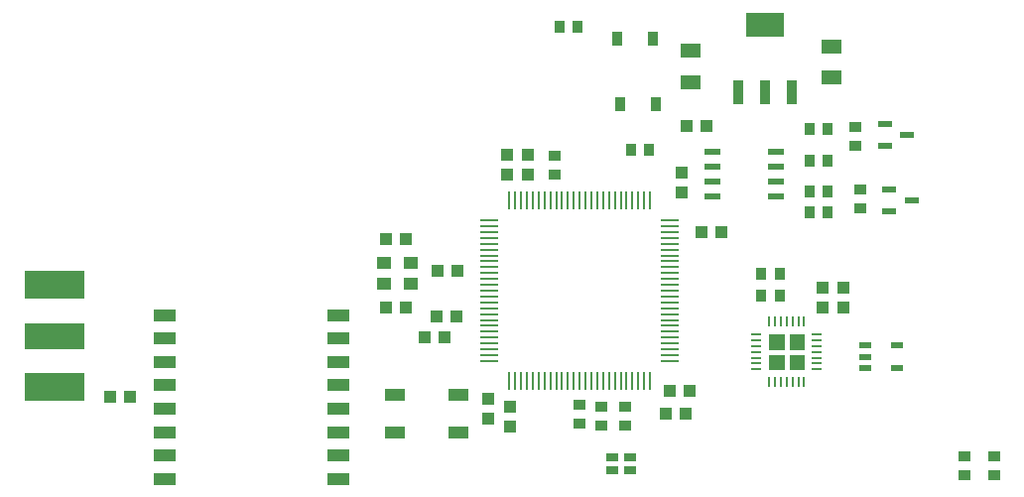
<source format=gbr>
%TF.GenerationSoftware,KiCad,Pcbnew,7.0.1*%
%TF.CreationDate,2023-04-09T14:50:30-07:00*%
%TF.ProjectId,Ground-Station-Telemetry,47726f75-6e64-42d5-9374-6174696f6e2d,rev?*%
%TF.SameCoordinates,Original*%
%TF.FileFunction,Paste,Top*%
%TF.FilePolarity,Positive*%
%FSLAX46Y46*%
G04 Gerber Fmt 4.6, Leading zero omitted, Abs format (unit mm)*
G04 Created by KiCad (PCBNEW 7.0.1) date 2023-04-09 14:50:30*
%MOMM*%
%LPD*%
G01*
G04 APERTURE LIST*
%ADD10C,0.010000*%
%ADD11R,1.000000X1.100000*%
%ADD12R,1.460500X0.558800*%
%ADD13R,1.100000X1.000000*%
%ADD14R,0.940000X1.020000*%
%ADD15R,1.700000X0.990600*%
%ADD16R,0.965200X1.295400*%
%ADD17R,1.950000X1.050000*%
%ADD18R,1.020000X0.940000*%
%ADD19R,1.778000X1.270000*%
%ADD20R,0.979300X0.558800*%
%ADD21R,1.300000X1.100000*%
%ADD22R,5.080000X2.286000*%
%ADD23R,5.080000X2.413000*%
%ADD24R,1.295400X0.558800*%
%ADD25R,1.000000X0.800000*%
%ADD26R,1.560000X0.280000*%
%ADD27R,0.280000X1.560000*%
%ADD28R,0.900000X0.254000*%
%ADD29R,0.254000X0.900000*%
%ADD30R,0.950000X2.150000*%
%ADD31R,3.250000X2.150000*%
G04 APERTURE END LIST*
%TO.C,U3*%
D10*
X199699520Y-101808000D02*
X198447000Y-101808000D01*
X198447000Y-100555480D01*
X199699520Y-100555480D01*
X199699520Y-101808000D01*
G36*
X199699520Y-101808000D02*
G01*
X198447000Y-101808000D01*
X198447000Y-100555480D01*
X199699520Y-100555480D01*
X199699520Y-101808000D01*
G37*
X199699480Y-103558000D02*
X198447000Y-103558000D01*
X198447000Y-102308413D01*
X199699480Y-102308413D01*
X199699480Y-103558000D01*
G36*
X199699480Y-103558000D02*
G01*
X198447000Y-103558000D01*
X198447000Y-102308413D01*
X199699480Y-102308413D01*
X199699480Y-103558000D01*
G37*
X197946938Y-103558000D02*
X196697000Y-103558000D01*
X196697000Y-102308062D01*
X197946938Y-102308062D01*
X197946938Y-103558000D01*
G36*
X197946938Y-103558000D02*
G01*
X196697000Y-103558000D01*
X196697000Y-102308062D01*
X197946938Y-102308062D01*
X197946938Y-103558000D01*
G37*
X197946544Y-101808000D02*
X196697000Y-101808000D01*
X196697000Y-100555270D01*
X197946544Y-100555270D01*
X197946544Y-101808000D01*
G36*
X197946544Y-101808000D02*
G01*
X196697000Y-101808000D01*
X196697000Y-100555270D01*
X197946544Y-100555270D01*
X197946544Y-101808000D01*
G37*
%TD*%
D11*
%TO.C,C9*%
X174625000Y-106719000D03*
X174625000Y-108419000D03*
%TD*%
D12*
%TO.C,U6*%
X191839850Y-84963000D03*
X191839850Y-86233000D03*
X191839850Y-87503000D03*
X191839850Y-88773000D03*
X197288150Y-88773000D03*
X197288150Y-87503000D03*
X197288150Y-86233000D03*
X197288150Y-84963000D03*
%TD*%
D13*
%TO.C,C15*%
X168998000Y-100838000D03*
X167298000Y-100838000D03*
%TD*%
D14*
%TO.C,R12*%
X200124000Y-85725000D03*
X201704000Y-85725000D03*
%TD*%
D15*
%TO.C,B1*%
X170213000Y-108914999D03*
X164813000Y-108914999D03*
X170213000Y-105715001D03*
X164813000Y-105715001D03*
%TD*%
D16*
%TO.C,D3*%
X183769000Y-75311000D03*
X186817000Y-75311000D03*
%TD*%
D17*
%TO.C,U4*%
X159927000Y-112918000D03*
X159927000Y-110918000D03*
X159927000Y-108918000D03*
X159927000Y-106918000D03*
X159927000Y-104918000D03*
X159927000Y-102918000D03*
X159927000Y-100918000D03*
X159927000Y-98918000D03*
X145127000Y-98918000D03*
X145127000Y-100918000D03*
X145127000Y-102918000D03*
X145127000Y-104918000D03*
X145127000Y-106918000D03*
X145127000Y-108918000D03*
X145127000Y-110918000D03*
X145127000Y-112918000D03*
%TD*%
D13*
%TO.C,C13*%
X163996000Y-98298000D03*
X165696000Y-98298000D03*
%TD*%
D14*
%TO.C,R10*%
X200124000Y-83058000D03*
X201704000Y-83058000D03*
%TD*%
D18*
%TO.C,R4*%
X213360000Y-110970000D03*
X213360000Y-112550000D03*
%TD*%
D19*
%TO.C,C7*%
X190042800Y-79027700D03*
X190042800Y-76386100D03*
%TD*%
D20*
%TO.C,D4*%
X204882052Y-101538999D03*
X204882052Y-102489000D03*
X204882052Y-103439001D03*
X207613948Y-103439001D03*
X207613948Y-101538999D03*
%TD*%
D21*
%TO.C,Y1*%
X166139500Y-94477000D03*
X163839500Y-94477000D03*
X163839500Y-96277000D03*
X166139500Y-96277000D03*
%TD*%
D13*
%TO.C,C14*%
X170014000Y-99060000D03*
X168314000Y-99060000D03*
%TD*%
D14*
%TO.C,R7*%
X178788000Y-74295000D03*
X180368000Y-74295000D03*
%TD*%
D16*
%TO.C,D2*%
X184023000Y-80899000D03*
X187071000Y-80899000D03*
%TD*%
D18*
%TO.C,R3*%
X180543200Y-106601200D03*
X180543200Y-108181200D03*
%TD*%
%TO.C,R1*%
X182422800Y-106753600D03*
X182422800Y-108333600D03*
%TD*%
D13*
%TO.C,C2*%
X187922800Y-107340400D03*
X189622800Y-107340400D03*
%TD*%
D11*
%TO.C,C17*%
X201295000Y-98259000D03*
X201295000Y-96559000D03*
%TD*%
%TO.C,C12*%
X189230000Y-88480000D03*
X189230000Y-86780000D03*
%TD*%
D14*
%TO.C,R9*%
X196032000Y-97282000D03*
X197612000Y-97282000D03*
%TD*%
D22*
%TO.C,AE1*%
X135699500Y-100711000D03*
D23*
X135699500Y-105092500D03*
X135699500Y-96329500D03*
%TD*%
D14*
%TO.C,R13*%
X200124000Y-88392000D03*
X201704000Y-88392000D03*
%TD*%
%TO.C,R8*%
X196032000Y-95377000D03*
X197612000Y-95377000D03*
%TD*%
D24*
%TO.C,D6*%
X206946500Y-88203999D03*
X206946500Y-90104001D03*
X208851500Y-89154000D03*
%TD*%
D13*
%TO.C,C18*%
X142175600Y-105867200D03*
X140475600Y-105867200D03*
%TD*%
D18*
%TO.C,R2*%
X184454800Y-106753600D03*
X184454800Y-108333600D03*
%TD*%
%TO.C,R14*%
X204470000Y-89817000D03*
X204470000Y-88237000D03*
%TD*%
D13*
%TO.C,C8*%
X163996000Y-92456000D03*
X165696000Y-92456000D03*
%TD*%
D14*
%TO.C,R15*%
X200124000Y-90170000D03*
X201704000Y-90170000D03*
%TD*%
%TO.C,R6*%
X186464000Y-84836000D03*
X184884000Y-84836000D03*
%TD*%
D25*
%TO.C,D1*%
X183349200Y-111057600D03*
X184849200Y-111057600D03*
X184849200Y-112157600D03*
X183349200Y-112157600D03*
%TD*%
D26*
%TO.C,U1*%
X172860000Y-90841000D03*
X172860000Y-91341000D03*
X172860000Y-91841000D03*
X172860000Y-92341000D03*
X172860000Y-92841000D03*
X172860000Y-93341000D03*
X172860000Y-93841000D03*
X172860000Y-94341000D03*
X172860000Y-94841000D03*
X172860000Y-95341000D03*
X172860000Y-95841000D03*
X172860000Y-96341000D03*
X172860000Y-96841000D03*
X172860000Y-97341000D03*
X172860000Y-97841000D03*
X172860000Y-98341000D03*
X172860000Y-98841000D03*
X172860000Y-99341000D03*
X172860000Y-99841000D03*
X172860000Y-100341000D03*
X172860000Y-100841000D03*
X172860000Y-101341000D03*
X172860000Y-101841000D03*
X172860000Y-102341000D03*
X172860000Y-102841000D03*
D27*
X174540000Y-104521000D03*
X175040000Y-104521000D03*
X175540000Y-104521000D03*
X176040000Y-104521000D03*
X176540000Y-104521000D03*
X177040000Y-104521000D03*
X177540000Y-104521000D03*
X178040000Y-104521000D03*
X178540000Y-104521000D03*
X179040000Y-104521000D03*
X179540000Y-104521000D03*
X180040000Y-104521000D03*
X180540000Y-104521000D03*
X181040000Y-104521000D03*
X181540000Y-104521000D03*
X182040000Y-104521000D03*
X182540000Y-104521000D03*
X183040000Y-104521000D03*
X183540000Y-104521000D03*
X184040000Y-104521000D03*
X184540000Y-104521000D03*
X185040000Y-104521000D03*
X185540000Y-104521000D03*
X186040000Y-104521000D03*
X186540000Y-104521000D03*
D26*
X188220000Y-102841000D03*
X188220000Y-102341000D03*
X188220000Y-101841000D03*
X188220000Y-101341000D03*
X188220000Y-100841000D03*
X188220000Y-100341000D03*
X188220000Y-99841000D03*
X188220000Y-99341000D03*
X188220000Y-98841000D03*
X188220000Y-98341000D03*
X188220000Y-97841000D03*
X188220000Y-97341000D03*
X188220000Y-96841000D03*
X188220000Y-96341000D03*
X188220000Y-95841000D03*
X188220000Y-95341000D03*
X188220000Y-94841000D03*
X188220000Y-94341000D03*
X188220000Y-93841000D03*
X188220000Y-93341000D03*
X188220000Y-92841000D03*
X188220000Y-92341000D03*
X188220000Y-91841000D03*
X188220000Y-91341000D03*
X188220000Y-90841000D03*
D27*
X186540000Y-89161000D03*
X186040000Y-89161000D03*
X185540000Y-89161000D03*
X185040000Y-89161000D03*
X184540000Y-89161000D03*
X184040000Y-89161000D03*
X183540000Y-89161000D03*
X183040000Y-89161000D03*
X182540000Y-89161000D03*
X182040000Y-89161000D03*
X181540000Y-89161000D03*
X181040000Y-89161000D03*
X180540000Y-89161000D03*
X180040000Y-89161000D03*
X179540000Y-89161000D03*
X179040000Y-89161000D03*
X178540000Y-89161000D03*
X178040000Y-89161000D03*
X177540000Y-89161000D03*
X177040000Y-89161000D03*
X176540000Y-89161000D03*
X176040000Y-89161000D03*
X175540000Y-89161000D03*
X175040000Y-89161000D03*
X174540000Y-89161000D03*
%TD*%
D18*
%TO.C,R11*%
X204089000Y-84483000D03*
X204089000Y-82903000D03*
%TD*%
D28*
%TO.C,U3*%
X200787000Y-103558000D03*
X200787000Y-103058000D03*
X200787000Y-102558000D03*
X200787000Y-102058000D03*
X200787000Y-101558000D03*
X200787000Y-101058000D03*
X200787000Y-100558000D03*
D29*
X199697000Y-99468000D03*
X199197000Y-99468000D03*
X198697000Y-99468000D03*
X198197000Y-99468000D03*
X197697000Y-99468000D03*
X197197000Y-99468000D03*
X196697000Y-99468000D03*
D28*
X195607000Y-100558000D03*
X195607000Y-101058000D03*
X195607000Y-101558000D03*
X195607000Y-102058000D03*
X195607000Y-102558000D03*
X195607000Y-103058000D03*
X195607000Y-103558000D03*
D29*
X196697000Y-104648000D03*
X197197000Y-104648000D03*
X197697000Y-104648000D03*
X198197000Y-104648000D03*
X198697000Y-104648000D03*
X199197000Y-104648000D03*
X199697000Y-104648000D03*
%TD*%
D13*
%TO.C,C19*%
X191350000Y-82804000D03*
X189650000Y-82804000D03*
%TD*%
D24*
%TO.C,D5*%
X206565500Y-82615999D03*
X206565500Y-84516001D03*
X208470500Y-83566000D03*
%TD*%
D13*
%TO.C,C3*%
X190920000Y-91821000D03*
X192620000Y-91821000D03*
%TD*%
D19*
%TO.C,C4*%
X202057000Y-78672100D03*
X202057000Y-76030500D03*
%TD*%
D11*
%TO.C,C16*%
X203073000Y-98259000D03*
X203073000Y-96559000D03*
%TD*%
%TO.C,C6*%
X176149000Y-86956000D03*
X176149000Y-85256000D03*
%TD*%
D13*
%TO.C,C5*%
X188227600Y-105410000D03*
X189927600Y-105410000D03*
%TD*%
D18*
%TO.C,J1*%
X178435000Y-85316000D03*
X178435000Y-86896000D03*
%TD*%
D11*
%TO.C,C10*%
X174371000Y-86956000D03*
X174371000Y-85256000D03*
%TD*%
D13*
%TO.C,C11*%
X170141000Y-95123000D03*
X168441000Y-95123000D03*
%TD*%
D30*
%TO.C,U2*%
X194042000Y-79925500D03*
X196342000Y-79925500D03*
D31*
X196342000Y-74125500D03*
D30*
X198642000Y-79925500D03*
%TD*%
D11*
%TO.C,C1*%
X172720000Y-106084000D03*
X172720000Y-107784000D03*
%TD*%
D18*
%TO.C,R5*%
X215900000Y-110970000D03*
X215900000Y-112550000D03*
%TD*%
M02*

</source>
